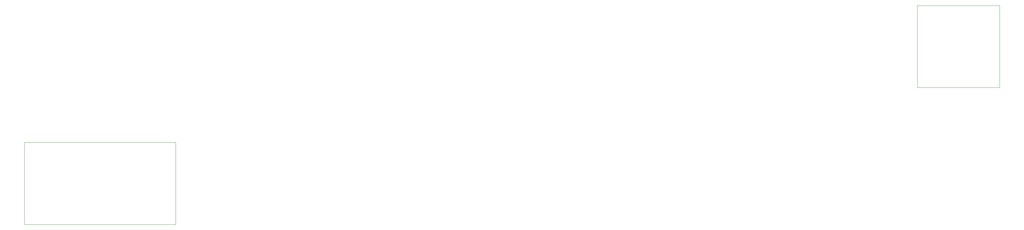
<source format=gbr>
G04 Gerber file generated by Gerbonara*
%TF.GenerationSoftware,KiCad,Pcbnew,8.0.2-1*%
%TF.CreationDate,2024-09-09T14:50:12+01:00*%
%TF.ProjectId,test_module_1,74657374-5f6d-46f6-9475-6c655f312e6b,rev?*%
%TF.SameCoordinates,Original*%
%TF.FileFunction,Profile,NP*%
%MOMM*%
%FSLAX45Y45*%
%IPPOS*%
G75
%LPD*%
%ADD10C,0.05*%
D10*
X012800000Y-008800000D02*
X015200000Y-008800000D01*
X015200000Y-011200000D01*
X012800000Y-011200000D01*
X012800000Y-008800000D01*
X-008799483Y-012799512D02*
X-008799480Y-015199512D01*
X-013199480Y-015199518D01*
X-013199483Y-012799518D01*
X-008799483Y-012799512D01*
M02*
</source>
